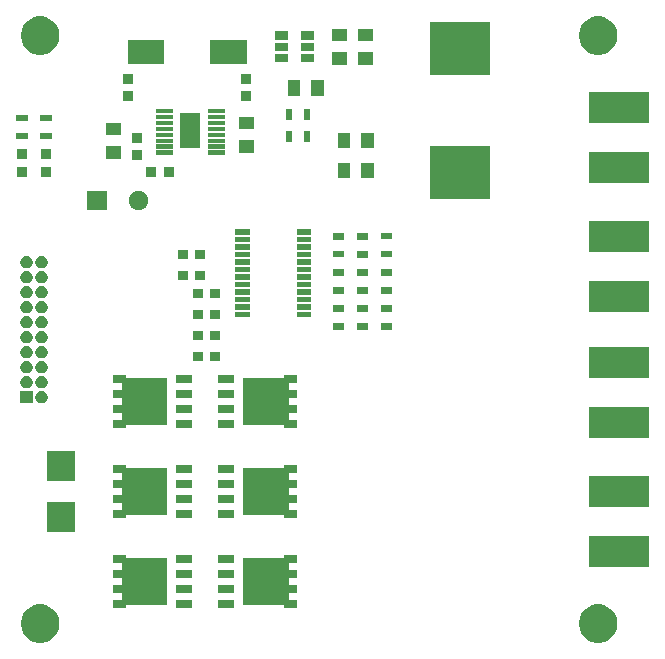
<source format=gbr>
G04 #@! TF.GenerationSoftware,KiCad,Pcbnew,(5.0.0-rc2-dev-185-g935a5ca)*
G04 #@! TF.CreationDate,2018-03-13T10:49:46-05:00*
G04 #@! TF.ProjectId,Power Board,506F77657220426F6172642E6B696361,rev?*
G04 #@! TF.SameCoordinates,Original*
G04 #@! TF.FileFunction,Soldermask,Top*
G04 #@! TF.FilePolarity,Negative*
%FSLAX46Y46*%
G04 Gerber Fmt 4.6, Leading zero omitted, Abs format (unit mm)*
G04 Created by KiCad (PCBNEW (5.0.0-rc2-dev-185-g935a5ca)) date Tuesday, March 13, 2018 at 10:49:46 AM*
%MOMM*%
%LPD*%
G01*
G04 APERTURE LIST*
%ADD10C,0.100000*%
G04 APERTURE END LIST*
D10*
G36*
X247870112Y-135597063D02*
X248165916Y-135719589D01*
X248432132Y-135897469D01*
X248658531Y-136123868D01*
X248836411Y-136390084D01*
X248958937Y-136685888D01*
X249021400Y-136999912D01*
X249021400Y-137320088D01*
X248958937Y-137634112D01*
X248836411Y-137929916D01*
X248658531Y-138196132D01*
X248432132Y-138422531D01*
X248165916Y-138600411D01*
X247870112Y-138722937D01*
X247556088Y-138785400D01*
X247235912Y-138785400D01*
X246921888Y-138722937D01*
X246626084Y-138600411D01*
X246359868Y-138422531D01*
X246133469Y-138196132D01*
X245955589Y-137929916D01*
X245833063Y-137634112D01*
X245770600Y-137320088D01*
X245770600Y-136999912D01*
X245833063Y-136685888D01*
X245955589Y-136390084D01*
X246133469Y-136123868D01*
X246359868Y-135897469D01*
X246626084Y-135719589D01*
X246921888Y-135597063D01*
X247235912Y-135534600D01*
X247556088Y-135534600D01*
X247870112Y-135597063D01*
X247870112Y-135597063D01*
G37*
G36*
X200626112Y-135597063D02*
X200921916Y-135719589D01*
X201188132Y-135897469D01*
X201414531Y-136123868D01*
X201592411Y-136390084D01*
X201714937Y-136685888D01*
X201777400Y-136999912D01*
X201777400Y-137320088D01*
X201714937Y-137634112D01*
X201592411Y-137929916D01*
X201414531Y-138196132D01*
X201188132Y-138422531D01*
X200921916Y-138600411D01*
X200626112Y-138722937D01*
X200312088Y-138785400D01*
X199991912Y-138785400D01*
X199677888Y-138722937D01*
X199382084Y-138600411D01*
X199115868Y-138422531D01*
X198889469Y-138196132D01*
X198711589Y-137929916D01*
X198589063Y-137634112D01*
X198526600Y-137320088D01*
X198526600Y-136999912D01*
X198589063Y-136685888D01*
X198711589Y-136390084D01*
X198889469Y-136123868D01*
X199115868Y-135897469D01*
X199382084Y-135719589D01*
X199677888Y-135597063D01*
X199991912Y-135534600D01*
X200312088Y-135534600D01*
X200626112Y-135597063D01*
X200626112Y-135597063D01*
G37*
G36*
X221897400Y-132029400D02*
X221238200Y-132029400D01*
X221228289Y-132030376D01*
X221218760Y-132033267D01*
X221209977Y-132037961D01*
X221202279Y-132044279D01*
X221195961Y-132051977D01*
X221191267Y-132060760D01*
X221188376Y-132070289D01*
X221187400Y-132080200D01*
X221187400Y-132587800D01*
X221188376Y-132597711D01*
X221191267Y-132607240D01*
X221195961Y-132616023D01*
X221202279Y-132623721D01*
X221209977Y-132630039D01*
X221218760Y-132634733D01*
X221228289Y-132637624D01*
X221238200Y-132638600D01*
X221897400Y-132638600D01*
X221897400Y-133299400D01*
X221238200Y-133299400D01*
X221228289Y-133300376D01*
X221218760Y-133303267D01*
X221209977Y-133307961D01*
X221202279Y-133314279D01*
X221195961Y-133321977D01*
X221191267Y-133330760D01*
X221188376Y-133340289D01*
X221187400Y-133350200D01*
X221187400Y-133857800D01*
X221188376Y-133867711D01*
X221191267Y-133877240D01*
X221195961Y-133886023D01*
X221202279Y-133893721D01*
X221209977Y-133900039D01*
X221218760Y-133904733D01*
X221228289Y-133907624D01*
X221238200Y-133908600D01*
X221897400Y-133908600D01*
X221897400Y-134569400D01*
X221238200Y-134569400D01*
X221228289Y-134570376D01*
X221218760Y-134573267D01*
X221209977Y-134577961D01*
X221202279Y-134584279D01*
X221195961Y-134591977D01*
X221191267Y-134600760D01*
X221188376Y-134610289D01*
X221187400Y-134620200D01*
X221187400Y-135127800D01*
X221188376Y-135137711D01*
X221191267Y-135147240D01*
X221195961Y-135156023D01*
X221202279Y-135163721D01*
X221209977Y-135170039D01*
X221218760Y-135174733D01*
X221228289Y-135177624D01*
X221238200Y-135178600D01*
X221897400Y-135178600D01*
X221897400Y-135839400D01*
X220826600Y-135839400D01*
X220826600Y-135635200D01*
X220825624Y-135625289D01*
X220822733Y-135615760D01*
X220818039Y-135606977D01*
X220811721Y-135599279D01*
X220804023Y-135592961D01*
X220795240Y-135588267D01*
X220785711Y-135585376D01*
X220775800Y-135584400D01*
X217326600Y-135584400D01*
X217326600Y-131623600D01*
X220775800Y-131623600D01*
X220785711Y-131622624D01*
X220795240Y-131619733D01*
X220804023Y-131615039D01*
X220811721Y-131608721D01*
X220818039Y-131601023D01*
X220822733Y-131592240D01*
X220825624Y-131582711D01*
X220826600Y-131572800D01*
X220826600Y-131368600D01*
X221897400Y-131368600D01*
X221897400Y-132029400D01*
X221897400Y-132029400D01*
G37*
G36*
X216557400Y-135839400D02*
X215236600Y-135839400D01*
X215236600Y-135178600D01*
X216557400Y-135178600D01*
X216557400Y-135839400D01*
X216557400Y-135839400D01*
G37*
G36*
X213007400Y-135839400D02*
X211686600Y-135839400D01*
X211686600Y-135178600D01*
X213007400Y-135178600D01*
X213007400Y-135839400D01*
X213007400Y-135839400D01*
G37*
G36*
X207417400Y-131572800D02*
X207418376Y-131582711D01*
X207421267Y-131592240D01*
X207425961Y-131601023D01*
X207432279Y-131608721D01*
X207439977Y-131615039D01*
X207448760Y-131619733D01*
X207458289Y-131622624D01*
X207468200Y-131623600D01*
X210917400Y-131623600D01*
X210917400Y-135584400D01*
X207468200Y-135584400D01*
X207458289Y-135585376D01*
X207448760Y-135588267D01*
X207439977Y-135592961D01*
X207432279Y-135599279D01*
X207425961Y-135606977D01*
X207421267Y-135615760D01*
X207418376Y-135625289D01*
X207417400Y-135635200D01*
X207417400Y-135839400D01*
X206346600Y-135839400D01*
X206346600Y-135178600D01*
X207005800Y-135178600D01*
X207015711Y-135177624D01*
X207025240Y-135174733D01*
X207034023Y-135170039D01*
X207041721Y-135163721D01*
X207048039Y-135156023D01*
X207052733Y-135147240D01*
X207055624Y-135137711D01*
X207056600Y-135127800D01*
X207056600Y-134620200D01*
X207055624Y-134610289D01*
X207052733Y-134600760D01*
X207048039Y-134591977D01*
X207041721Y-134584279D01*
X207034023Y-134577961D01*
X207025240Y-134573267D01*
X207015711Y-134570376D01*
X207005800Y-134569400D01*
X206346600Y-134569400D01*
X206346600Y-133908600D01*
X207005800Y-133908600D01*
X207015711Y-133907624D01*
X207025240Y-133904733D01*
X207034023Y-133900039D01*
X207041721Y-133893721D01*
X207048039Y-133886023D01*
X207052733Y-133877240D01*
X207055624Y-133867711D01*
X207056600Y-133857800D01*
X207056600Y-133350200D01*
X207055624Y-133340289D01*
X207052733Y-133330760D01*
X207048039Y-133321977D01*
X207041721Y-133314279D01*
X207034023Y-133307961D01*
X207025240Y-133303267D01*
X207015711Y-133300376D01*
X207005800Y-133299400D01*
X206346600Y-133299400D01*
X206346600Y-132638600D01*
X207005800Y-132638600D01*
X207015711Y-132637624D01*
X207025240Y-132634733D01*
X207034023Y-132630039D01*
X207041721Y-132623721D01*
X207048039Y-132616023D01*
X207052733Y-132607240D01*
X207055624Y-132597711D01*
X207056600Y-132587800D01*
X207056600Y-132080200D01*
X207055624Y-132070289D01*
X207052733Y-132060760D01*
X207048039Y-132051977D01*
X207041721Y-132044279D01*
X207034023Y-132037961D01*
X207025240Y-132033267D01*
X207015711Y-132030376D01*
X207005800Y-132029400D01*
X206346600Y-132029400D01*
X206346600Y-131368600D01*
X207417400Y-131368600D01*
X207417400Y-131572800D01*
X207417400Y-131572800D01*
G37*
G36*
X213007400Y-134569400D02*
X211686600Y-134569400D01*
X211686600Y-133908600D01*
X213007400Y-133908600D01*
X213007400Y-134569400D01*
X213007400Y-134569400D01*
G37*
G36*
X216557400Y-134569400D02*
X215236600Y-134569400D01*
X215236600Y-133908600D01*
X216557400Y-133908600D01*
X216557400Y-134569400D01*
X216557400Y-134569400D01*
G37*
G36*
X216557400Y-133299400D02*
X215236600Y-133299400D01*
X215236600Y-132638600D01*
X216557400Y-132638600D01*
X216557400Y-133299400D01*
X216557400Y-133299400D01*
G37*
G36*
X213007400Y-133299400D02*
X211686600Y-133299400D01*
X211686600Y-132638600D01*
X213007400Y-132638600D01*
X213007400Y-133299400D01*
X213007400Y-133299400D01*
G37*
G36*
X251699400Y-132339400D02*
X246648600Y-132339400D01*
X246648600Y-129788600D01*
X251699400Y-129788600D01*
X251699400Y-132339400D01*
X251699400Y-132339400D01*
G37*
G36*
X216557400Y-132029400D02*
X215236600Y-132029400D01*
X215236600Y-131368600D01*
X216557400Y-131368600D01*
X216557400Y-132029400D01*
X216557400Y-132029400D01*
G37*
G36*
X213007400Y-132029400D02*
X211686600Y-132029400D01*
X211686600Y-131368600D01*
X213007400Y-131368600D01*
X213007400Y-132029400D01*
X213007400Y-132029400D01*
G37*
G36*
X203105400Y-129409400D02*
X200754600Y-129409400D01*
X200754600Y-126858600D01*
X203105400Y-126858600D01*
X203105400Y-129409400D01*
X203105400Y-129409400D01*
G37*
G36*
X216557400Y-128219400D02*
X215236600Y-128219400D01*
X215236600Y-127558600D01*
X216557400Y-127558600D01*
X216557400Y-128219400D01*
X216557400Y-128219400D01*
G37*
G36*
X221897400Y-124409400D02*
X221238200Y-124409400D01*
X221228289Y-124410376D01*
X221218760Y-124413267D01*
X221209977Y-124417961D01*
X221202279Y-124424279D01*
X221195961Y-124431977D01*
X221191267Y-124440760D01*
X221188376Y-124450289D01*
X221187400Y-124460200D01*
X221187400Y-124967800D01*
X221188376Y-124977711D01*
X221191267Y-124987240D01*
X221195961Y-124996023D01*
X221202279Y-125003721D01*
X221209977Y-125010039D01*
X221218760Y-125014733D01*
X221228289Y-125017624D01*
X221238200Y-125018600D01*
X221897400Y-125018600D01*
X221897400Y-125679400D01*
X221238200Y-125679400D01*
X221228289Y-125680376D01*
X221218760Y-125683267D01*
X221209977Y-125687961D01*
X221202279Y-125694279D01*
X221195961Y-125701977D01*
X221191267Y-125710760D01*
X221188376Y-125720289D01*
X221187400Y-125730200D01*
X221187400Y-126237800D01*
X221188376Y-126247711D01*
X221191267Y-126257240D01*
X221195961Y-126266023D01*
X221202279Y-126273721D01*
X221209977Y-126280039D01*
X221218760Y-126284733D01*
X221228289Y-126287624D01*
X221238200Y-126288600D01*
X221897400Y-126288600D01*
X221897400Y-126949400D01*
X221238200Y-126949400D01*
X221228289Y-126950376D01*
X221218760Y-126953267D01*
X221209977Y-126957961D01*
X221202279Y-126964279D01*
X221195961Y-126971977D01*
X221191267Y-126980760D01*
X221188376Y-126990289D01*
X221187400Y-127000200D01*
X221187400Y-127507800D01*
X221188376Y-127517711D01*
X221191267Y-127527240D01*
X221195961Y-127536023D01*
X221202279Y-127543721D01*
X221209977Y-127550039D01*
X221218760Y-127554733D01*
X221228289Y-127557624D01*
X221238200Y-127558600D01*
X221897400Y-127558600D01*
X221897400Y-128219400D01*
X220826600Y-128219400D01*
X220826600Y-128015200D01*
X220825624Y-128005289D01*
X220822733Y-127995760D01*
X220818039Y-127986977D01*
X220811721Y-127979279D01*
X220804023Y-127972961D01*
X220795240Y-127968267D01*
X220785711Y-127965376D01*
X220775800Y-127964400D01*
X217326600Y-127964400D01*
X217326600Y-124003600D01*
X220775800Y-124003600D01*
X220785711Y-124002624D01*
X220795240Y-123999733D01*
X220804023Y-123995039D01*
X220811721Y-123988721D01*
X220818039Y-123981023D01*
X220822733Y-123972240D01*
X220825624Y-123962711D01*
X220826600Y-123952800D01*
X220826600Y-123748600D01*
X221897400Y-123748600D01*
X221897400Y-124409400D01*
X221897400Y-124409400D01*
G37*
G36*
X213007400Y-128219400D02*
X211686600Y-128219400D01*
X211686600Y-127558600D01*
X213007400Y-127558600D01*
X213007400Y-128219400D01*
X213007400Y-128219400D01*
G37*
G36*
X207417400Y-123952800D02*
X207418376Y-123962711D01*
X207421267Y-123972240D01*
X207425961Y-123981023D01*
X207432279Y-123988721D01*
X207439977Y-123995039D01*
X207448760Y-123999733D01*
X207458289Y-124002624D01*
X207468200Y-124003600D01*
X210917400Y-124003600D01*
X210917400Y-127964400D01*
X207468200Y-127964400D01*
X207458289Y-127965376D01*
X207448760Y-127968267D01*
X207439977Y-127972961D01*
X207432279Y-127979279D01*
X207425961Y-127986977D01*
X207421267Y-127995760D01*
X207418376Y-128005289D01*
X207417400Y-128015200D01*
X207417400Y-128219400D01*
X206346600Y-128219400D01*
X206346600Y-127558600D01*
X207005800Y-127558600D01*
X207015711Y-127557624D01*
X207025240Y-127554733D01*
X207034023Y-127550039D01*
X207041721Y-127543721D01*
X207048039Y-127536023D01*
X207052733Y-127527240D01*
X207055624Y-127517711D01*
X207056600Y-127507800D01*
X207056600Y-127000200D01*
X207055624Y-126990289D01*
X207052733Y-126980760D01*
X207048039Y-126971977D01*
X207041721Y-126964279D01*
X207034023Y-126957961D01*
X207025240Y-126953267D01*
X207015711Y-126950376D01*
X207005800Y-126949400D01*
X206346600Y-126949400D01*
X206346600Y-126288600D01*
X207005800Y-126288600D01*
X207015711Y-126287624D01*
X207025240Y-126284733D01*
X207034023Y-126280039D01*
X207041721Y-126273721D01*
X207048039Y-126266023D01*
X207052733Y-126257240D01*
X207055624Y-126247711D01*
X207056600Y-126237800D01*
X207056600Y-125730200D01*
X207055624Y-125720289D01*
X207052733Y-125710760D01*
X207048039Y-125701977D01*
X207041721Y-125694279D01*
X207034023Y-125687961D01*
X207025240Y-125683267D01*
X207015711Y-125680376D01*
X207005800Y-125679400D01*
X206346600Y-125679400D01*
X206346600Y-125018600D01*
X207005800Y-125018600D01*
X207015711Y-125017624D01*
X207025240Y-125014733D01*
X207034023Y-125010039D01*
X207041721Y-125003721D01*
X207048039Y-124996023D01*
X207052733Y-124987240D01*
X207055624Y-124977711D01*
X207056600Y-124967800D01*
X207056600Y-124460200D01*
X207055624Y-124450289D01*
X207052733Y-124440760D01*
X207048039Y-124431977D01*
X207041721Y-124424279D01*
X207034023Y-124417961D01*
X207025240Y-124413267D01*
X207015711Y-124410376D01*
X207005800Y-124409400D01*
X206346600Y-124409400D01*
X206346600Y-123748600D01*
X207417400Y-123748600D01*
X207417400Y-123952800D01*
X207417400Y-123952800D01*
G37*
G36*
X251699400Y-127259400D02*
X246648600Y-127259400D01*
X246648600Y-124708600D01*
X251699400Y-124708600D01*
X251699400Y-127259400D01*
X251699400Y-127259400D01*
G37*
G36*
X213007400Y-126949400D02*
X211686600Y-126949400D01*
X211686600Y-126288600D01*
X213007400Y-126288600D01*
X213007400Y-126949400D01*
X213007400Y-126949400D01*
G37*
G36*
X216557400Y-126949400D02*
X215236600Y-126949400D01*
X215236600Y-126288600D01*
X216557400Y-126288600D01*
X216557400Y-126949400D01*
X216557400Y-126949400D01*
G37*
G36*
X213007400Y-125679400D02*
X211686600Y-125679400D01*
X211686600Y-125018600D01*
X213007400Y-125018600D01*
X213007400Y-125679400D01*
X213007400Y-125679400D01*
G37*
G36*
X216557400Y-125679400D02*
X215236600Y-125679400D01*
X215236600Y-125018600D01*
X216557400Y-125018600D01*
X216557400Y-125679400D01*
X216557400Y-125679400D01*
G37*
G36*
X203105400Y-125109400D02*
X200754600Y-125109400D01*
X200754600Y-122558600D01*
X203105400Y-122558600D01*
X203105400Y-125109400D01*
X203105400Y-125109400D01*
G37*
G36*
X216557400Y-124409400D02*
X215236600Y-124409400D01*
X215236600Y-123748600D01*
X216557400Y-123748600D01*
X216557400Y-124409400D01*
X216557400Y-124409400D01*
G37*
G36*
X213007400Y-124409400D02*
X211686600Y-124409400D01*
X211686600Y-123748600D01*
X213007400Y-123748600D01*
X213007400Y-124409400D01*
X213007400Y-124409400D01*
G37*
G36*
X251699400Y-121417400D02*
X246648600Y-121417400D01*
X246648600Y-118866600D01*
X251699400Y-118866600D01*
X251699400Y-121417400D01*
X251699400Y-121417400D01*
G37*
G36*
X216557400Y-120599400D02*
X215236600Y-120599400D01*
X215236600Y-119938600D01*
X216557400Y-119938600D01*
X216557400Y-120599400D01*
X216557400Y-120599400D01*
G37*
G36*
X221897400Y-116789400D02*
X221238200Y-116789400D01*
X221228289Y-116790376D01*
X221218760Y-116793267D01*
X221209977Y-116797961D01*
X221202279Y-116804279D01*
X221195961Y-116811977D01*
X221191267Y-116820760D01*
X221188376Y-116830289D01*
X221187400Y-116840200D01*
X221187400Y-117347800D01*
X221188376Y-117357711D01*
X221191267Y-117367240D01*
X221195961Y-117376023D01*
X221202279Y-117383721D01*
X221209977Y-117390039D01*
X221218760Y-117394733D01*
X221228289Y-117397624D01*
X221238200Y-117398600D01*
X221897400Y-117398600D01*
X221897400Y-118059400D01*
X221238200Y-118059400D01*
X221228289Y-118060376D01*
X221218760Y-118063267D01*
X221209977Y-118067961D01*
X221202279Y-118074279D01*
X221195961Y-118081977D01*
X221191267Y-118090760D01*
X221188376Y-118100289D01*
X221187400Y-118110200D01*
X221187400Y-118617800D01*
X221188376Y-118627711D01*
X221191267Y-118637240D01*
X221195961Y-118646023D01*
X221202279Y-118653721D01*
X221209977Y-118660039D01*
X221218760Y-118664733D01*
X221228289Y-118667624D01*
X221238200Y-118668600D01*
X221897400Y-118668600D01*
X221897400Y-119329400D01*
X221238200Y-119329400D01*
X221228289Y-119330376D01*
X221218760Y-119333267D01*
X221209977Y-119337961D01*
X221202279Y-119344279D01*
X221195961Y-119351977D01*
X221191267Y-119360760D01*
X221188376Y-119370289D01*
X221187400Y-119380200D01*
X221187400Y-119887800D01*
X221188376Y-119897711D01*
X221191267Y-119907240D01*
X221195961Y-119916023D01*
X221202279Y-119923721D01*
X221209977Y-119930039D01*
X221218760Y-119934733D01*
X221228289Y-119937624D01*
X221238200Y-119938600D01*
X221897400Y-119938600D01*
X221897400Y-120599400D01*
X220826600Y-120599400D01*
X220826600Y-120395200D01*
X220825624Y-120385289D01*
X220822733Y-120375760D01*
X220818039Y-120366977D01*
X220811721Y-120359279D01*
X220804023Y-120352961D01*
X220795240Y-120348267D01*
X220785711Y-120345376D01*
X220775800Y-120344400D01*
X217326600Y-120344400D01*
X217326600Y-116383600D01*
X220775800Y-116383600D01*
X220785711Y-116382624D01*
X220795240Y-116379733D01*
X220804023Y-116375039D01*
X220811721Y-116368721D01*
X220818039Y-116361023D01*
X220822733Y-116352240D01*
X220825624Y-116342711D01*
X220826600Y-116332800D01*
X220826600Y-116128600D01*
X221897400Y-116128600D01*
X221897400Y-116789400D01*
X221897400Y-116789400D01*
G37*
G36*
X213007400Y-120599400D02*
X211686600Y-120599400D01*
X211686600Y-119938600D01*
X213007400Y-119938600D01*
X213007400Y-120599400D01*
X213007400Y-120599400D01*
G37*
G36*
X207417400Y-116332800D02*
X207418376Y-116342711D01*
X207421267Y-116352240D01*
X207425961Y-116361023D01*
X207432279Y-116368721D01*
X207439977Y-116375039D01*
X207448760Y-116379733D01*
X207458289Y-116382624D01*
X207468200Y-116383600D01*
X210917400Y-116383600D01*
X210917400Y-120344400D01*
X207468200Y-120344400D01*
X207458289Y-120345376D01*
X207448760Y-120348267D01*
X207439977Y-120352961D01*
X207432279Y-120359279D01*
X207425961Y-120366977D01*
X207421267Y-120375760D01*
X207418376Y-120385289D01*
X207417400Y-120395200D01*
X207417400Y-120599400D01*
X206346600Y-120599400D01*
X206346600Y-119938600D01*
X207005800Y-119938600D01*
X207015711Y-119937624D01*
X207025240Y-119934733D01*
X207034023Y-119930039D01*
X207041721Y-119923721D01*
X207048039Y-119916023D01*
X207052733Y-119907240D01*
X207055624Y-119897711D01*
X207056600Y-119887800D01*
X207056600Y-119380200D01*
X207055624Y-119370289D01*
X207052733Y-119360760D01*
X207048039Y-119351977D01*
X207041721Y-119344279D01*
X207034023Y-119337961D01*
X207025240Y-119333267D01*
X207015711Y-119330376D01*
X207005800Y-119329400D01*
X206346600Y-119329400D01*
X206346600Y-118668600D01*
X207005800Y-118668600D01*
X207015711Y-118667624D01*
X207025240Y-118664733D01*
X207034023Y-118660039D01*
X207041721Y-118653721D01*
X207048039Y-118646023D01*
X207052733Y-118637240D01*
X207055624Y-118627711D01*
X207056600Y-118617800D01*
X207056600Y-118110200D01*
X207055624Y-118100289D01*
X207052733Y-118090760D01*
X207048039Y-118081977D01*
X207041721Y-118074279D01*
X207034023Y-118067961D01*
X207025240Y-118063267D01*
X207015711Y-118060376D01*
X207005800Y-118059400D01*
X206346600Y-118059400D01*
X206346600Y-117398600D01*
X207005800Y-117398600D01*
X207015711Y-117397624D01*
X207025240Y-117394733D01*
X207034023Y-117390039D01*
X207041721Y-117383721D01*
X207048039Y-117376023D01*
X207052733Y-117367240D01*
X207055624Y-117357711D01*
X207056600Y-117347800D01*
X207056600Y-116840200D01*
X207055624Y-116830289D01*
X207052733Y-116820760D01*
X207048039Y-116811977D01*
X207041721Y-116804279D01*
X207034023Y-116797961D01*
X207025240Y-116793267D01*
X207015711Y-116790376D01*
X207005800Y-116789400D01*
X206346600Y-116789400D01*
X206346600Y-116128600D01*
X207417400Y-116128600D01*
X207417400Y-116332800D01*
X207417400Y-116332800D01*
G37*
G36*
X216557400Y-119329400D02*
X215236600Y-119329400D01*
X215236600Y-118668600D01*
X216557400Y-118668600D01*
X216557400Y-119329400D01*
X216557400Y-119329400D01*
G37*
G36*
X213007400Y-119329400D02*
X211686600Y-119329400D01*
X211686600Y-118668600D01*
X213007400Y-118668600D01*
X213007400Y-119329400D01*
X213007400Y-119329400D01*
G37*
G36*
X200381996Y-117465202D02*
X200481035Y-117495245D01*
X200572309Y-117544032D01*
X200652311Y-117609689D01*
X200717968Y-117689691D01*
X200766755Y-117780965D01*
X200796798Y-117880004D01*
X200806942Y-117983000D01*
X200796798Y-118085996D01*
X200766755Y-118185035D01*
X200717968Y-118276309D01*
X200652311Y-118356311D01*
X200572309Y-118421968D01*
X200481035Y-118470755D01*
X200381996Y-118500798D01*
X200304810Y-118508400D01*
X200253190Y-118508400D01*
X200176004Y-118500798D01*
X200076965Y-118470755D01*
X199985691Y-118421968D01*
X199905689Y-118356311D01*
X199840032Y-118276309D01*
X199791245Y-118185035D01*
X199761202Y-118085996D01*
X199751058Y-117983000D01*
X199761202Y-117880004D01*
X199791245Y-117780965D01*
X199840032Y-117689691D01*
X199905689Y-117609689D01*
X199985691Y-117544032D01*
X200076965Y-117495245D01*
X200176004Y-117465202D01*
X200253190Y-117457600D01*
X200304810Y-117457600D01*
X200381996Y-117465202D01*
X200381996Y-117465202D01*
G37*
G36*
X199534400Y-118508400D02*
X198483600Y-118508400D01*
X198483600Y-117457600D01*
X199534400Y-117457600D01*
X199534400Y-118508400D01*
X199534400Y-118508400D01*
G37*
G36*
X213007400Y-118059400D02*
X211686600Y-118059400D01*
X211686600Y-117398600D01*
X213007400Y-117398600D01*
X213007400Y-118059400D01*
X213007400Y-118059400D01*
G37*
G36*
X216557400Y-118059400D02*
X215236600Y-118059400D01*
X215236600Y-117398600D01*
X216557400Y-117398600D01*
X216557400Y-118059400D01*
X216557400Y-118059400D01*
G37*
G36*
X200381996Y-116195202D02*
X200481035Y-116225245D01*
X200572309Y-116274032D01*
X200652311Y-116339689D01*
X200717968Y-116419691D01*
X200766755Y-116510965D01*
X200796798Y-116610004D01*
X200806942Y-116713000D01*
X200796798Y-116815996D01*
X200766755Y-116915035D01*
X200717968Y-117006309D01*
X200652311Y-117086311D01*
X200572309Y-117151968D01*
X200481035Y-117200755D01*
X200381996Y-117230798D01*
X200304810Y-117238400D01*
X200253190Y-117238400D01*
X200176004Y-117230798D01*
X200076965Y-117200755D01*
X199985691Y-117151968D01*
X199905689Y-117086311D01*
X199840032Y-117006309D01*
X199791245Y-116915035D01*
X199761202Y-116815996D01*
X199751058Y-116713000D01*
X199761202Y-116610004D01*
X199791245Y-116510965D01*
X199840032Y-116419691D01*
X199905689Y-116339689D01*
X199985691Y-116274032D01*
X200076965Y-116225245D01*
X200176004Y-116195202D01*
X200253190Y-116187600D01*
X200304810Y-116187600D01*
X200381996Y-116195202D01*
X200381996Y-116195202D01*
G37*
G36*
X199111996Y-116195202D02*
X199211035Y-116225245D01*
X199302309Y-116274032D01*
X199382311Y-116339689D01*
X199447968Y-116419691D01*
X199496755Y-116510965D01*
X199526798Y-116610004D01*
X199536942Y-116713000D01*
X199526798Y-116815996D01*
X199496755Y-116915035D01*
X199447968Y-117006309D01*
X199382311Y-117086311D01*
X199302309Y-117151968D01*
X199211035Y-117200755D01*
X199111996Y-117230798D01*
X199034810Y-117238400D01*
X198983190Y-117238400D01*
X198906004Y-117230798D01*
X198806965Y-117200755D01*
X198715691Y-117151968D01*
X198635689Y-117086311D01*
X198570032Y-117006309D01*
X198521245Y-116915035D01*
X198491202Y-116815996D01*
X198481058Y-116713000D01*
X198491202Y-116610004D01*
X198521245Y-116510965D01*
X198570032Y-116419691D01*
X198635689Y-116339689D01*
X198715691Y-116274032D01*
X198806965Y-116225245D01*
X198906004Y-116195202D01*
X198983190Y-116187600D01*
X199034810Y-116187600D01*
X199111996Y-116195202D01*
X199111996Y-116195202D01*
G37*
G36*
X216557400Y-116789400D02*
X215236600Y-116789400D01*
X215236600Y-116128600D01*
X216557400Y-116128600D01*
X216557400Y-116789400D01*
X216557400Y-116789400D01*
G37*
G36*
X213007400Y-116789400D02*
X211686600Y-116789400D01*
X211686600Y-116128600D01*
X213007400Y-116128600D01*
X213007400Y-116789400D01*
X213007400Y-116789400D01*
G37*
G36*
X251699400Y-116337400D02*
X246648600Y-116337400D01*
X246648600Y-113786600D01*
X251699400Y-113786600D01*
X251699400Y-116337400D01*
X251699400Y-116337400D01*
G37*
G36*
X199111996Y-114925202D02*
X199211035Y-114955245D01*
X199302309Y-115004032D01*
X199382311Y-115069689D01*
X199447968Y-115149691D01*
X199496755Y-115240965D01*
X199526798Y-115340004D01*
X199536942Y-115443000D01*
X199526798Y-115545996D01*
X199496755Y-115645035D01*
X199447968Y-115736309D01*
X199382311Y-115816311D01*
X199302309Y-115881968D01*
X199211035Y-115930755D01*
X199111996Y-115960798D01*
X199034810Y-115968400D01*
X198983190Y-115968400D01*
X198906004Y-115960798D01*
X198806965Y-115930755D01*
X198715691Y-115881968D01*
X198635689Y-115816311D01*
X198570032Y-115736309D01*
X198521245Y-115645035D01*
X198491202Y-115545996D01*
X198481058Y-115443000D01*
X198491202Y-115340004D01*
X198521245Y-115240965D01*
X198570032Y-115149691D01*
X198635689Y-115069689D01*
X198715691Y-115004032D01*
X198806965Y-114955245D01*
X198906004Y-114925202D01*
X198983190Y-114917600D01*
X199034810Y-114917600D01*
X199111996Y-114925202D01*
X199111996Y-114925202D01*
G37*
G36*
X200381996Y-114925202D02*
X200481035Y-114955245D01*
X200572309Y-115004032D01*
X200652311Y-115069689D01*
X200717968Y-115149691D01*
X200766755Y-115240965D01*
X200796798Y-115340004D01*
X200806942Y-115443000D01*
X200796798Y-115545996D01*
X200766755Y-115645035D01*
X200717968Y-115736309D01*
X200652311Y-115816311D01*
X200572309Y-115881968D01*
X200481035Y-115930755D01*
X200381996Y-115960798D01*
X200304810Y-115968400D01*
X200253190Y-115968400D01*
X200176004Y-115960798D01*
X200076965Y-115930755D01*
X199985691Y-115881968D01*
X199905689Y-115816311D01*
X199840032Y-115736309D01*
X199791245Y-115645035D01*
X199761202Y-115545996D01*
X199751058Y-115443000D01*
X199761202Y-115340004D01*
X199791245Y-115240965D01*
X199840032Y-115149691D01*
X199905689Y-115069689D01*
X199985691Y-115004032D01*
X200076965Y-114955245D01*
X200176004Y-114925202D01*
X200253190Y-114917600D01*
X200304810Y-114917600D01*
X200381996Y-114925202D01*
X200381996Y-114925202D01*
G37*
G36*
X215424400Y-114954400D02*
X214573600Y-114954400D01*
X214573600Y-114153600D01*
X215424400Y-114153600D01*
X215424400Y-114954400D01*
X215424400Y-114954400D01*
G37*
G36*
X213924400Y-114954400D02*
X213073600Y-114954400D01*
X213073600Y-114153600D01*
X213924400Y-114153600D01*
X213924400Y-114954400D01*
X213924400Y-114954400D01*
G37*
G36*
X200381996Y-113655202D02*
X200481035Y-113685245D01*
X200572309Y-113734032D01*
X200652311Y-113799689D01*
X200717968Y-113879691D01*
X200766755Y-113970965D01*
X200796798Y-114070004D01*
X200806942Y-114173000D01*
X200796798Y-114275996D01*
X200766755Y-114375035D01*
X200717968Y-114466309D01*
X200652311Y-114546311D01*
X200572309Y-114611968D01*
X200481035Y-114660755D01*
X200381996Y-114690798D01*
X200304810Y-114698400D01*
X200253190Y-114698400D01*
X200176004Y-114690798D01*
X200076965Y-114660755D01*
X199985691Y-114611968D01*
X199905689Y-114546311D01*
X199840032Y-114466309D01*
X199791245Y-114375035D01*
X199761202Y-114275996D01*
X199751058Y-114173000D01*
X199761202Y-114070004D01*
X199791245Y-113970965D01*
X199840032Y-113879691D01*
X199905689Y-113799689D01*
X199985691Y-113734032D01*
X200076965Y-113685245D01*
X200176004Y-113655202D01*
X200253190Y-113647600D01*
X200304810Y-113647600D01*
X200381996Y-113655202D01*
X200381996Y-113655202D01*
G37*
G36*
X199111996Y-113655202D02*
X199211035Y-113685245D01*
X199302309Y-113734032D01*
X199382311Y-113799689D01*
X199447968Y-113879691D01*
X199496755Y-113970965D01*
X199526798Y-114070004D01*
X199536942Y-114173000D01*
X199526798Y-114275996D01*
X199496755Y-114375035D01*
X199447968Y-114466309D01*
X199382311Y-114546311D01*
X199302309Y-114611968D01*
X199211035Y-114660755D01*
X199111996Y-114690798D01*
X199034810Y-114698400D01*
X198983190Y-114698400D01*
X198906004Y-114690798D01*
X198806965Y-114660755D01*
X198715691Y-114611968D01*
X198635689Y-114546311D01*
X198570032Y-114466309D01*
X198521245Y-114375035D01*
X198491202Y-114275996D01*
X198481058Y-114173000D01*
X198491202Y-114070004D01*
X198521245Y-113970965D01*
X198570032Y-113879691D01*
X198635689Y-113799689D01*
X198715691Y-113734032D01*
X198806965Y-113685245D01*
X198906004Y-113655202D01*
X198983190Y-113647600D01*
X199034810Y-113647600D01*
X199111996Y-113655202D01*
X199111996Y-113655202D01*
G37*
G36*
X200381996Y-112385202D02*
X200481035Y-112415245D01*
X200572309Y-112464032D01*
X200652311Y-112529689D01*
X200717968Y-112609691D01*
X200766755Y-112700965D01*
X200796798Y-112800004D01*
X200806942Y-112903000D01*
X200796798Y-113005996D01*
X200766755Y-113105035D01*
X200717968Y-113196309D01*
X200652311Y-113276311D01*
X200572309Y-113341968D01*
X200481035Y-113390755D01*
X200381996Y-113420798D01*
X200304810Y-113428400D01*
X200253190Y-113428400D01*
X200176004Y-113420798D01*
X200076965Y-113390755D01*
X199985691Y-113341968D01*
X199905689Y-113276311D01*
X199840032Y-113196309D01*
X199791245Y-113105035D01*
X199761202Y-113005996D01*
X199751058Y-112903000D01*
X199761202Y-112800004D01*
X199791245Y-112700965D01*
X199840032Y-112609691D01*
X199905689Y-112529689D01*
X199985691Y-112464032D01*
X200076965Y-112415245D01*
X200176004Y-112385202D01*
X200253190Y-112377600D01*
X200304810Y-112377600D01*
X200381996Y-112385202D01*
X200381996Y-112385202D01*
G37*
G36*
X199111996Y-112385202D02*
X199211035Y-112415245D01*
X199302309Y-112464032D01*
X199382311Y-112529689D01*
X199447968Y-112609691D01*
X199496755Y-112700965D01*
X199526798Y-112800004D01*
X199536942Y-112903000D01*
X199526798Y-113005996D01*
X199496755Y-113105035D01*
X199447968Y-113196309D01*
X199382311Y-113276311D01*
X199302309Y-113341968D01*
X199211035Y-113390755D01*
X199111996Y-113420798D01*
X199034810Y-113428400D01*
X198983190Y-113428400D01*
X198906004Y-113420798D01*
X198806965Y-113390755D01*
X198715691Y-113341968D01*
X198635689Y-113276311D01*
X198570032Y-113196309D01*
X198521245Y-113105035D01*
X198491202Y-113005996D01*
X198481058Y-112903000D01*
X198491202Y-112800004D01*
X198521245Y-112700965D01*
X198570032Y-112609691D01*
X198635689Y-112529689D01*
X198715691Y-112464032D01*
X198806965Y-112415245D01*
X198906004Y-112385202D01*
X198983190Y-112377600D01*
X199034810Y-112377600D01*
X199111996Y-112385202D01*
X199111996Y-112385202D01*
G37*
G36*
X215424400Y-113176400D02*
X214573600Y-113176400D01*
X214573600Y-112375600D01*
X215424400Y-112375600D01*
X215424400Y-113176400D01*
X215424400Y-113176400D01*
G37*
G36*
X213924400Y-113176400D02*
X213073600Y-113176400D01*
X213073600Y-112375600D01*
X213924400Y-112375600D01*
X213924400Y-113176400D01*
X213924400Y-113176400D01*
G37*
G36*
X225900400Y-112277400D02*
X224949600Y-112277400D01*
X224949600Y-111726600D01*
X225900400Y-111726600D01*
X225900400Y-112277400D01*
X225900400Y-112277400D01*
G37*
G36*
X227932400Y-112277400D02*
X226981600Y-112277400D01*
X226981600Y-111726600D01*
X227932400Y-111726600D01*
X227932400Y-112277400D01*
X227932400Y-112277400D01*
G37*
G36*
X229964400Y-112277400D02*
X229013600Y-112277400D01*
X229013600Y-111726600D01*
X229964400Y-111726600D01*
X229964400Y-112277400D01*
X229964400Y-112277400D01*
G37*
G36*
X200381996Y-111115202D02*
X200481035Y-111145245D01*
X200572309Y-111194032D01*
X200652311Y-111259689D01*
X200717968Y-111339691D01*
X200766755Y-111430965D01*
X200796798Y-111530004D01*
X200806942Y-111633000D01*
X200796798Y-111735996D01*
X200766755Y-111835035D01*
X200717968Y-111926309D01*
X200652311Y-112006311D01*
X200572309Y-112071968D01*
X200481035Y-112120755D01*
X200381996Y-112150798D01*
X200304810Y-112158400D01*
X200253190Y-112158400D01*
X200176004Y-112150798D01*
X200076965Y-112120755D01*
X199985691Y-112071968D01*
X199905689Y-112006311D01*
X199840032Y-111926309D01*
X199791245Y-111835035D01*
X199761202Y-111735996D01*
X199751058Y-111633000D01*
X199761202Y-111530004D01*
X199791245Y-111430965D01*
X199840032Y-111339691D01*
X199905689Y-111259689D01*
X199985691Y-111194032D01*
X200076965Y-111145245D01*
X200176004Y-111115202D01*
X200253190Y-111107600D01*
X200304810Y-111107600D01*
X200381996Y-111115202D01*
X200381996Y-111115202D01*
G37*
G36*
X199111996Y-111115202D02*
X199211035Y-111145245D01*
X199302309Y-111194032D01*
X199382311Y-111259689D01*
X199447968Y-111339691D01*
X199496755Y-111430965D01*
X199526798Y-111530004D01*
X199536942Y-111633000D01*
X199526798Y-111735996D01*
X199496755Y-111835035D01*
X199447968Y-111926309D01*
X199382311Y-112006311D01*
X199302309Y-112071968D01*
X199211035Y-112120755D01*
X199111996Y-112150798D01*
X199034810Y-112158400D01*
X198983190Y-112158400D01*
X198906004Y-112150798D01*
X198806965Y-112120755D01*
X198715691Y-112071968D01*
X198635689Y-112006311D01*
X198570032Y-111926309D01*
X198521245Y-111835035D01*
X198491202Y-111735996D01*
X198481058Y-111633000D01*
X198491202Y-111530004D01*
X198521245Y-111430965D01*
X198570032Y-111339691D01*
X198635689Y-111259689D01*
X198715691Y-111194032D01*
X198806965Y-111145245D01*
X198906004Y-111115202D01*
X198983190Y-111107600D01*
X199034810Y-111107600D01*
X199111996Y-111115202D01*
X199111996Y-111115202D01*
G37*
G36*
X213924400Y-111398400D02*
X213073600Y-111398400D01*
X213073600Y-110597600D01*
X213924400Y-110597600D01*
X213924400Y-111398400D01*
X213924400Y-111398400D01*
G37*
G36*
X215424400Y-111398400D02*
X214573600Y-111398400D01*
X214573600Y-110597600D01*
X215424400Y-110597600D01*
X215424400Y-111398400D01*
X215424400Y-111398400D01*
G37*
G36*
X217922400Y-111223400D02*
X216671600Y-111223400D01*
X216671600Y-110772600D01*
X217922400Y-110772600D01*
X217922400Y-111223400D01*
X217922400Y-111223400D01*
G37*
G36*
X223122400Y-111223400D02*
X221871600Y-111223400D01*
X221871600Y-110772600D01*
X223122400Y-110772600D01*
X223122400Y-111223400D01*
X223122400Y-111223400D01*
G37*
G36*
X200381996Y-109845202D02*
X200481035Y-109875245D01*
X200572309Y-109924032D01*
X200652311Y-109989689D01*
X200717968Y-110069691D01*
X200766755Y-110160965D01*
X200796798Y-110260004D01*
X200806942Y-110363000D01*
X200796798Y-110465996D01*
X200766755Y-110565035D01*
X200717968Y-110656309D01*
X200652311Y-110736311D01*
X200572309Y-110801968D01*
X200481035Y-110850755D01*
X200381996Y-110880798D01*
X200304810Y-110888400D01*
X200253190Y-110888400D01*
X200176004Y-110880798D01*
X200076965Y-110850755D01*
X199985691Y-110801968D01*
X199905689Y-110736311D01*
X199840032Y-110656309D01*
X199791245Y-110565035D01*
X199761202Y-110465996D01*
X199751058Y-110363000D01*
X199761202Y-110260004D01*
X199791245Y-110160965D01*
X199840032Y-110069691D01*
X199905689Y-109989689D01*
X199985691Y-109924032D01*
X200076965Y-109875245D01*
X200176004Y-109845202D01*
X200253190Y-109837600D01*
X200304810Y-109837600D01*
X200381996Y-109845202D01*
X200381996Y-109845202D01*
G37*
G36*
X199111996Y-109845202D02*
X199211035Y-109875245D01*
X199302309Y-109924032D01*
X199382311Y-109989689D01*
X199447968Y-110069691D01*
X199496755Y-110160965D01*
X199526798Y-110260004D01*
X199536942Y-110363000D01*
X199526798Y-110465996D01*
X199496755Y-110565035D01*
X199447968Y-110656309D01*
X199382311Y-110736311D01*
X199302309Y-110801968D01*
X199211035Y-110850755D01*
X199111996Y-110880798D01*
X199034810Y-110888400D01*
X198983190Y-110888400D01*
X198906004Y-110880798D01*
X198806965Y-110850755D01*
X198715691Y-110801968D01*
X198635689Y-110736311D01*
X198570032Y-110656309D01*
X198521245Y-110565035D01*
X198491202Y-110465996D01*
X198481058Y-110363000D01*
X198491202Y-110260004D01*
X198521245Y-110160965D01*
X198570032Y-110069691D01*
X198635689Y-109989689D01*
X198715691Y-109924032D01*
X198806965Y-109875245D01*
X198906004Y-109845202D01*
X198983190Y-109837600D01*
X199034810Y-109837600D01*
X199111996Y-109845202D01*
X199111996Y-109845202D01*
G37*
G36*
X225900400Y-110777400D02*
X224949600Y-110777400D01*
X224949600Y-110226600D01*
X225900400Y-110226600D01*
X225900400Y-110777400D01*
X225900400Y-110777400D01*
G37*
G36*
X227932400Y-110777400D02*
X226981600Y-110777400D01*
X226981600Y-110226600D01*
X227932400Y-110226600D01*
X227932400Y-110777400D01*
X227932400Y-110777400D01*
G37*
G36*
X229964400Y-110777400D02*
X229013600Y-110777400D01*
X229013600Y-110226600D01*
X229964400Y-110226600D01*
X229964400Y-110777400D01*
X229964400Y-110777400D01*
G37*
G36*
X251699400Y-110749400D02*
X246648600Y-110749400D01*
X246648600Y-108198600D01*
X251699400Y-108198600D01*
X251699400Y-110749400D01*
X251699400Y-110749400D01*
G37*
G36*
X223122400Y-110588400D02*
X221871600Y-110588400D01*
X221871600Y-110137600D01*
X223122400Y-110137600D01*
X223122400Y-110588400D01*
X223122400Y-110588400D01*
G37*
G36*
X217922400Y-110588400D02*
X216671600Y-110588400D01*
X216671600Y-110137600D01*
X217922400Y-110137600D01*
X217922400Y-110588400D01*
X217922400Y-110588400D01*
G37*
G36*
X223122400Y-109953400D02*
X221871600Y-109953400D01*
X221871600Y-109502600D01*
X223122400Y-109502600D01*
X223122400Y-109953400D01*
X223122400Y-109953400D01*
G37*
G36*
X217922400Y-109953400D02*
X216671600Y-109953400D01*
X216671600Y-109502600D01*
X217922400Y-109502600D01*
X217922400Y-109953400D01*
X217922400Y-109953400D01*
G37*
G36*
X215424400Y-109620400D02*
X214573600Y-109620400D01*
X214573600Y-108819600D01*
X215424400Y-108819600D01*
X215424400Y-109620400D01*
X215424400Y-109620400D01*
G37*
G36*
X213924400Y-109620400D02*
X213073600Y-109620400D01*
X213073600Y-108819600D01*
X213924400Y-108819600D01*
X213924400Y-109620400D01*
X213924400Y-109620400D01*
G37*
G36*
X199111996Y-108575202D02*
X199211035Y-108605245D01*
X199302309Y-108654032D01*
X199382311Y-108719689D01*
X199447968Y-108799691D01*
X199496755Y-108890965D01*
X199526798Y-108990004D01*
X199536942Y-109093000D01*
X199526798Y-109195996D01*
X199496755Y-109295035D01*
X199447968Y-109386309D01*
X199382311Y-109466311D01*
X199302309Y-109531968D01*
X199211035Y-109580755D01*
X199111996Y-109610798D01*
X199034810Y-109618400D01*
X198983190Y-109618400D01*
X198906004Y-109610798D01*
X198806965Y-109580755D01*
X198715691Y-109531968D01*
X198635689Y-109466311D01*
X198570032Y-109386309D01*
X198521245Y-109295035D01*
X198491202Y-109195996D01*
X198481058Y-109093000D01*
X198491202Y-108990004D01*
X198521245Y-108890965D01*
X198570032Y-108799691D01*
X198635689Y-108719689D01*
X198715691Y-108654032D01*
X198806965Y-108605245D01*
X198906004Y-108575202D01*
X198983190Y-108567600D01*
X199034810Y-108567600D01*
X199111996Y-108575202D01*
X199111996Y-108575202D01*
G37*
G36*
X200381996Y-108575202D02*
X200481035Y-108605245D01*
X200572309Y-108654032D01*
X200652311Y-108719689D01*
X200717968Y-108799691D01*
X200766755Y-108890965D01*
X200796798Y-108990004D01*
X200806942Y-109093000D01*
X200796798Y-109195996D01*
X200766755Y-109295035D01*
X200717968Y-109386309D01*
X200652311Y-109466311D01*
X200572309Y-109531968D01*
X200481035Y-109580755D01*
X200381996Y-109610798D01*
X200304810Y-109618400D01*
X200253190Y-109618400D01*
X200176004Y-109610798D01*
X200076965Y-109580755D01*
X199985691Y-109531968D01*
X199905689Y-109466311D01*
X199840032Y-109386309D01*
X199791245Y-109295035D01*
X199761202Y-109195996D01*
X199751058Y-109093000D01*
X199761202Y-108990004D01*
X199791245Y-108890965D01*
X199840032Y-108799691D01*
X199905689Y-108719689D01*
X199985691Y-108654032D01*
X200076965Y-108605245D01*
X200176004Y-108575202D01*
X200253190Y-108567600D01*
X200304810Y-108567600D01*
X200381996Y-108575202D01*
X200381996Y-108575202D01*
G37*
G36*
X223122400Y-109318400D02*
X221871600Y-109318400D01*
X221871600Y-108867600D01*
X223122400Y-108867600D01*
X223122400Y-109318400D01*
X223122400Y-109318400D01*
G37*
G36*
X217922400Y-109318400D02*
X216671600Y-109318400D01*
X216671600Y-108867600D01*
X217922400Y-108867600D01*
X217922400Y-109318400D01*
X217922400Y-109318400D01*
G37*
G36*
X229964400Y-109229400D02*
X229013600Y-109229400D01*
X229013600Y-108678600D01*
X229964400Y-108678600D01*
X229964400Y-109229400D01*
X229964400Y-109229400D01*
G37*
G36*
X227932400Y-109229400D02*
X226981600Y-109229400D01*
X226981600Y-108678600D01*
X227932400Y-108678600D01*
X227932400Y-109229400D01*
X227932400Y-109229400D01*
G37*
G36*
X225900400Y-109229400D02*
X224949600Y-109229400D01*
X224949600Y-108678600D01*
X225900400Y-108678600D01*
X225900400Y-109229400D01*
X225900400Y-109229400D01*
G37*
G36*
X217922400Y-108683400D02*
X216671600Y-108683400D01*
X216671600Y-108232600D01*
X217922400Y-108232600D01*
X217922400Y-108683400D01*
X217922400Y-108683400D01*
G37*
G36*
X223122400Y-108683400D02*
X221871600Y-108683400D01*
X221871600Y-108232600D01*
X223122400Y-108232600D01*
X223122400Y-108683400D01*
X223122400Y-108683400D01*
G37*
G36*
X199111996Y-107305202D02*
X199211035Y-107335245D01*
X199302309Y-107384032D01*
X199382311Y-107449689D01*
X199447968Y-107529691D01*
X199496755Y-107620965D01*
X199526798Y-107720004D01*
X199536942Y-107823000D01*
X199526798Y-107925996D01*
X199496755Y-108025035D01*
X199447968Y-108116309D01*
X199382311Y-108196311D01*
X199302309Y-108261968D01*
X199211035Y-108310755D01*
X199111996Y-108340798D01*
X199034810Y-108348400D01*
X198983190Y-108348400D01*
X198906004Y-108340798D01*
X198806965Y-108310755D01*
X198715691Y-108261968D01*
X198635689Y-108196311D01*
X198570032Y-108116309D01*
X198521245Y-108025035D01*
X198491202Y-107925996D01*
X198481058Y-107823000D01*
X198491202Y-107720004D01*
X198521245Y-107620965D01*
X198570032Y-107529691D01*
X198635689Y-107449689D01*
X198715691Y-107384032D01*
X198806965Y-107335245D01*
X198906004Y-107305202D01*
X198983190Y-107297600D01*
X199034810Y-107297600D01*
X199111996Y-107305202D01*
X199111996Y-107305202D01*
G37*
G36*
X200381996Y-107305202D02*
X200481035Y-107335245D01*
X200572309Y-107384032D01*
X200652311Y-107449689D01*
X200717968Y-107529691D01*
X200766755Y-107620965D01*
X200796798Y-107720004D01*
X200806942Y-107823000D01*
X200796798Y-107925996D01*
X200766755Y-108025035D01*
X200717968Y-108116309D01*
X200652311Y-108196311D01*
X200572309Y-108261968D01*
X200481035Y-108310755D01*
X200381996Y-108340798D01*
X200304810Y-108348400D01*
X200253190Y-108348400D01*
X200176004Y-108340798D01*
X200076965Y-108310755D01*
X199985691Y-108261968D01*
X199905689Y-108196311D01*
X199840032Y-108116309D01*
X199791245Y-108025035D01*
X199761202Y-107925996D01*
X199751058Y-107823000D01*
X199761202Y-107720004D01*
X199791245Y-107620965D01*
X199840032Y-107529691D01*
X199905689Y-107449689D01*
X199985691Y-107384032D01*
X200076965Y-107335245D01*
X200176004Y-107305202D01*
X200253190Y-107297600D01*
X200304810Y-107297600D01*
X200381996Y-107305202D01*
X200381996Y-107305202D01*
G37*
G36*
X214154400Y-108096400D02*
X213303600Y-108096400D01*
X213303600Y-107295600D01*
X214154400Y-107295600D01*
X214154400Y-108096400D01*
X214154400Y-108096400D01*
G37*
G36*
X212654400Y-108096400D02*
X211803600Y-108096400D01*
X211803600Y-107295600D01*
X212654400Y-107295600D01*
X212654400Y-108096400D01*
X212654400Y-108096400D01*
G37*
G36*
X223122400Y-108048400D02*
X221871600Y-108048400D01*
X221871600Y-107597600D01*
X223122400Y-107597600D01*
X223122400Y-108048400D01*
X223122400Y-108048400D01*
G37*
G36*
X217922400Y-108048400D02*
X216671600Y-108048400D01*
X216671600Y-107597600D01*
X217922400Y-107597600D01*
X217922400Y-108048400D01*
X217922400Y-108048400D01*
G37*
G36*
X227932400Y-107729400D02*
X226981600Y-107729400D01*
X226981600Y-107178600D01*
X227932400Y-107178600D01*
X227932400Y-107729400D01*
X227932400Y-107729400D01*
G37*
G36*
X229964400Y-107729400D02*
X229013600Y-107729400D01*
X229013600Y-107178600D01*
X229964400Y-107178600D01*
X229964400Y-107729400D01*
X229964400Y-107729400D01*
G37*
G36*
X225900400Y-107729400D02*
X224949600Y-107729400D01*
X224949600Y-107178600D01*
X225900400Y-107178600D01*
X225900400Y-107729400D01*
X225900400Y-107729400D01*
G37*
G36*
X223122400Y-107413400D02*
X221871600Y-107413400D01*
X221871600Y-106962600D01*
X223122400Y-106962600D01*
X223122400Y-107413400D01*
X223122400Y-107413400D01*
G37*
G36*
X217922400Y-107413400D02*
X216671600Y-107413400D01*
X216671600Y-106962600D01*
X217922400Y-106962600D01*
X217922400Y-107413400D01*
X217922400Y-107413400D01*
G37*
G36*
X199111996Y-106035202D02*
X199211035Y-106065245D01*
X199302309Y-106114032D01*
X199382311Y-106179689D01*
X199447968Y-106259691D01*
X199496755Y-106350965D01*
X199526798Y-106450004D01*
X199536942Y-106553000D01*
X199526798Y-106655996D01*
X199496755Y-106755035D01*
X199447968Y-106846309D01*
X199382311Y-106926311D01*
X199302309Y-106991968D01*
X199211035Y-107040755D01*
X199111996Y-107070798D01*
X199034810Y-107078400D01*
X198983190Y-107078400D01*
X198906004Y-107070798D01*
X198806965Y-107040755D01*
X198715691Y-106991968D01*
X198635689Y-106926311D01*
X198570032Y-106846309D01*
X198521245Y-106755035D01*
X198491202Y-106655996D01*
X198481058Y-106553000D01*
X198491202Y-106450004D01*
X198521245Y-106350965D01*
X198570032Y-106259691D01*
X198635689Y-106179689D01*
X198715691Y-106114032D01*
X198806965Y-106065245D01*
X198906004Y-106035202D01*
X198983190Y-106027600D01*
X199034810Y-106027600D01*
X199111996Y-106035202D01*
X199111996Y-106035202D01*
G37*
G36*
X200381996Y-106035202D02*
X200481035Y-106065245D01*
X200572309Y-106114032D01*
X200652311Y-106179689D01*
X200717968Y-106259691D01*
X200766755Y-106350965D01*
X200796798Y-106450004D01*
X200806942Y-106553000D01*
X200796798Y-106655996D01*
X200766755Y-106755035D01*
X200717968Y-106846309D01*
X200652311Y-106926311D01*
X200572309Y-106991968D01*
X200481035Y-107040755D01*
X200381996Y-107070798D01*
X200304810Y-107078400D01*
X200253190Y-107078400D01*
X200176004Y-107070798D01*
X200076965Y-107040755D01*
X199985691Y-106991968D01*
X199905689Y-106926311D01*
X199840032Y-106846309D01*
X199791245Y-106755035D01*
X199761202Y-106655996D01*
X199751058Y-106553000D01*
X199761202Y-106450004D01*
X199791245Y-106350965D01*
X199840032Y-106259691D01*
X199905689Y-106179689D01*
X199985691Y-106114032D01*
X200076965Y-106065245D01*
X200176004Y-106035202D01*
X200253190Y-106027600D01*
X200304810Y-106027600D01*
X200381996Y-106035202D01*
X200381996Y-106035202D01*
G37*
G36*
X217922400Y-106778400D02*
X216671600Y-106778400D01*
X216671600Y-106327600D01*
X217922400Y-106327600D01*
X217922400Y-106778400D01*
X217922400Y-106778400D01*
G37*
G36*
X223122400Y-106778400D02*
X221871600Y-106778400D01*
X221871600Y-106327600D01*
X223122400Y-106327600D01*
X223122400Y-106778400D01*
X223122400Y-106778400D01*
G37*
G36*
X212654400Y-106318400D02*
X211803600Y-106318400D01*
X211803600Y-105517600D01*
X212654400Y-105517600D01*
X212654400Y-106318400D01*
X212654400Y-106318400D01*
G37*
G36*
X214154400Y-106318400D02*
X213303600Y-106318400D01*
X213303600Y-105517600D01*
X214154400Y-105517600D01*
X214154400Y-106318400D01*
X214154400Y-106318400D01*
G37*
G36*
X227932400Y-106181400D02*
X226981600Y-106181400D01*
X226981600Y-105630600D01*
X227932400Y-105630600D01*
X227932400Y-106181400D01*
X227932400Y-106181400D01*
G37*
G36*
X225900400Y-106159400D02*
X224949600Y-106159400D01*
X224949600Y-105608600D01*
X225900400Y-105608600D01*
X225900400Y-106159400D01*
X225900400Y-106159400D01*
G37*
G36*
X217922400Y-106143400D02*
X216671600Y-106143400D01*
X216671600Y-105692600D01*
X217922400Y-105692600D01*
X217922400Y-106143400D01*
X217922400Y-106143400D01*
G37*
G36*
X223122400Y-106143400D02*
X221871600Y-106143400D01*
X221871600Y-105692600D01*
X223122400Y-105692600D01*
X223122400Y-106143400D01*
X223122400Y-106143400D01*
G37*
G36*
X229964400Y-106129400D02*
X229013600Y-106129400D01*
X229013600Y-105578600D01*
X229964400Y-105578600D01*
X229964400Y-106129400D01*
X229964400Y-106129400D01*
G37*
G36*
X251699400Y-105669400D02*
X246648600Y-105669400D01*
X246648600Y-103118600D01*
X251699400Y-103118600D01*
X251699400Y-105669400D01*
X251699400Y-105669400D01*
G37*
G36*
X217922400Y-105508400D02*
X216671600Y-105508400D01*
X216671600Y-105057600D01*
X217922400Y-105057600D01*
X217922400Y-105508400D01*
X217922400Y-105508400D01*
G37*
G36*
X223122400Y-105508400D02*
X221871600Y-105508400D01*
X221871600Y-105057600D01*
X223122400Y-105057600D01*
X223122400Y-105508400D01*
X223122400Y-105508400D01*
G37*
G36*
X217922400Y-104873400D02*
X216671600Y-104873400D01*
X216671600Y-104422600D01*
X217922400Y-104422600D01*
X217922400Y-104873400D01*
X217922400Y-104873400D01*
G37*
G36*
X223122400Y-104873400D02*
X221871600Y-104873400D01*
X221871600Y-104422600D01*
X223122400Y-104422600D01*
X223122400Y-104873400D01*
X223122400Y-104873400D01*
G37*
G36*
X227932400Y-104681400D02*
X226981600Y-104681400D01*
X226981600Y-104130600D01*
X227932400Y-104130600D01*
X227932400Y-104681400D01*
X227932400Y-104681400D01*
G37*
G36*
X225900400Y-104659400D02*
X224949600Y-104659400D01*
X224949600Y-104108600D01*
X225900400Y-104108600D01*
X225900400Y-104659400D01*
X225900400Y-104659400D01*
G37*
G36*
X229964400Y-104629400D02*
X229013600Y-104629400D01*
X229013600Y-104078600D01*
X229964400Y-104078600D01*
X229964400Y-104629400D01*
X229964400Y-104629400D01*
G37*
G36*
X217922400Y-104238400D02*
X216671600Y-104238400D01*
X216671600Y-103787600D01*
X217922400Y-103787600D01*
X217922400Y-104238400D01*
X217922400Y-104238400D01*
G37*
G36*
X223122400Y-104238400D02*
X221871600Y-104238400D01*
X221871600Y-103787600D01*
X223122400Y-103787600D01*
X223122400Y-104238400D01*
X223122400Y-104238400D01*
G37*
G36*
X205803400Y-102171400D02*
X204152600Y-102171400D01*
X204152600Y-100520600D01*
X205803400Y-100520600D01*
X205803400Y-102171400D01*
X205803400Y-102171400D01*
G37*
G36*
X208718761Y-100552319D02*
X208868972Y-100614538D01*
X209004163Y-100704871D01*
X209119129Y-100819837D01*
X209209462Y-100955028D01*
X209271681Y-101105239D01*
X209303400Y-101264705D01*
X209303400Y-101427295D01*
X209271681Y-101586761D01*
X209209462Y-101736972D01*
X209119129Y-101872163D01*
X209004163Y-101987129D01*
X208868972Y-102077462D01*
X208718761Y-102139681D01*
X208559295Y-102171400D01*
X208396705Y-102171400D01*
X208237239Y-102139681D01*
X208087028Y-102077462D01*
X207951837Y-101987129D01*
X207836871Y-101872163D01*
X207746538Y-101736972D01*
X207684319Y-101586761D01*
X207652600Y-101427295D01*
X207652600Y-101264705D01*
X207684319Y-101105239D01*
X207746538Y-100955028D01*
X207836871Y-100819837D01*
X207951837Y-100704871D01*
X208087028Y-100614538D01*
X208237239Y-100552319D01*
X208396705Y-100520600D01*
X208559295Y-100520600D01*
X208718761Y-100552319D01*
X208718761Y-100552319D01*
G37*
G36*
X238237400Y-101251400D02*
X233186600Y-101251400D01*
X233186600Y-96700600D01*
X238237400Y-96700600D01*
X238237400Y-101251400D01*
X238237400Y-101251400D01*
G37*
G36*
X251699400Y-99827400D02*
X246648600Y-99827400D01*
X246648600Y-97276600D01*
X251699400Y-97276600D01*
X251699400Y-99827400D01*
X251699400Y-99827400D01*
G37*
G36*
X228410900Y-99456400D02*
X227360100Y-99456400D01*
X227360100Y-98155600D01*
X228410900Y-98155600D01*
X228410900Y-99456400D01*
X228410900Y-99456400D01*
G37*
G36*
X226410900Y-99456400D02*
X225360100Y-99456400D01*
X225360100Y-98155600D01*
X226410900Y-98155600D01*
X226410900Y-99456400D01*
X226410900Y-99456400D01*
G37*
G36*
X201085400Y-99396400D02*
X200234600Y-99396400D01*
X200234600Y-98545600D01*
X201085400Y-98545600D01*
X201085400Y-99396400D01*
X201085400Y-99396400D01*
G37*
G36*
X199053400Y-99396400D02*
X198202600Y-99396400D01*
X198202600Y-98545600D01*
X199053400Y-98545600D01*
X199053400Y-99396400D01*
X199053400Y-99396400D01*
G37*
G36*
X211487400Y-99333400D02*
X210636600Y-99333400D01*
X210636600Y-98532600D01*
X211487400Y-98532600D01*
X211487400Y-99333400D01*
X211487400Y-99333400D01*
G37*
G36*
X209987400Y-99333400D02*
X209136600Y-99333400D01*
X209136600Y-98532600D01*
X209987400Y-98532600D01*
X209987400Y-99333400D01*
X209987400Y-99333400D01*
G37*
G36*
X208777400Y-97953400D02*
X207976600Y-97953400D01*
X207976600Y-97102600D01*
X208777400Y-97102600D01*
X208777400Y-97953400D01*
X208777400Y-97953400D01*
G37*
G36*
X207027400Y-97803400D02*
X205726600Y-97803400D01*
X205726600Y-96752600D01*
X207027400Y-96752600D01*
X207027400Y-97803400D01*
X207027400Y-97803400D01*
G37*
G36*
X201085400Y-97796400D02*
X200234600Y-97796400D01*
X200234600Y-96945600D01*
X201085400Y-96945600D01*
X201085400Y-97796400D01*
X201085400Y-97796400D01*
G37*
G36*
X199053400Y-97796400D02*
X198202600Y-97796400D01*
X198202600Y-96945600D01*
X199053400Y-96945600D01*
X199053400Y-97796400D01*
X199053400Y-97796400D01*
G37*
G36*
X211382400Y-97453400D02*
X209931600Y-97453400D01*
X209931600Y-97102600D01*
X211382400Y-97102600D01*
X211382400Y-97453400D01*
X211382400Y-97453400D01*
G37*
G36*
X215782400Y-97453400D02*
X214331600Y-97453400D01*
X214331600Y-97102600D01*
X215782400Y-97102600D01*
X215782400Y-97453400D01*
X215782400Y-97453400D01*
G37*
G36*
X218257400Y-97303400D02*
X216956600Y-97303400D01*
X216956600Y-96252600D01*
X218257400Y-96252600D01*
X218257400Y-97303400D01*
X218257400Y-97303400D01*
G37*
G36*
X211382400Y-96953400D02*
X209931600Y-96953400D01*
X209931600Y-96602600D01*
X211382400Y-96602600D01*
X211382400Y-96953400D01*
X211382400Y-96953400D01*
G37*
G36*
X215782400Y-96953400D02*
X214331600Y-96953400D01*
X214331600Y-96602600D01*
X215782400Y-96602600D01*
X215782400Y-96953400D01*
X215782400Y-96953400D01*
G37*
G36*
X228410900Y-96916400D02*
X227360100Y-96916400D01*
X227360100Y-95615600D01*
X228410900Y-95615600D01*
X228410900Y-96916400D01*
X228410900Y-96916400D01*
G37*
G36*
X226410900Y-96916400D02*
X225360100Y-96916400D01*
X225360100Y-95615600D01*
X226410900Y-95615600D01*
X226410900Y-96916400D01*
X226410900Y-96916400D01*
G37*
G36*
X213707400Y-96878400D02*
X212006600Y-96878400D01*
X212006600Y-93977600D01*
X213707400Y-93977600D01*
X213707400Y-96878400D01*
X213707400Y-96878400D01*
G37*
G36*
X208777400Y-96453400D02*
X207976600Y-96453400D01*
X207976600Y-95602600D01*
X208777400Y-95602600D01*
X208777400Y-96453400D01*
X208777400Y-96453400D01*
G37*
G36*
X215782400Y-96453400D02*
X214331600Y-96453400D01*
X214331600Y-96102600D01*
X215782400Y-96102600D01*
X215782400Y-96453400D01*
X215782400Y-96453400D01*
G37*
G36*
X211382400Y-96453400D02*
X209931600Y-96453400D01*
X209931600Y-96102600D01*
X211382400Y-96102600D01*
X211382400Y-96453400D01*
X211382400Y-96453400D01*
G37*
G36*
X221521400Y-96423900D02*
X220970600Y-96423900D01*
X220970600Y-95473100D01*
X221521400Y-95473100D01*
X221521400Y-96423900D01*
X221521400Y-96423900D01*
G37*
G36*
X223021400Y-96423900D02*
X222470600Y-96423900D01*
X222470600Y-95473100D01*
X223021400Y-95473100D01*
X223021400Y-96423900D01*
X223021400Y-96423900D01*
G37*
G36*
X201135400Y-96148400D02*
X200184600Y-96148400D01*
X200184600Y-95597600D01*
X201135400Y-95597600D01*
X201135400Y-96148400D01*
X201135400Y-96148400D01*
G37*
G36*
X199103400Y-96148400D02*
X198152600Y-96148400D01*
X198152600Y-95597600D01*
X199103400Y-95597600D01*
X199103400Y-96148400D01*
X199103400Y-96148400D01*
G37*
G36*
X215782400Y-95953400D02*
X214331600Y-95953400D01*
X214331600Y-95602600D01*
X215782400Y-95602600D01*
X215782400Y-95953400D01*
X215782400Y-95953400D01*
G37*
G36*
X211382400Y-95953400D02*
X209931600Y-95953400D01*
X209931600Y-95602600D01*
X211382400Y-95602600D01*
X211382400Y-95953400D01*
X211382400Y-95953400D01*
G37*
G36*
X207027400Y-95803400D02*
X205726600Y-95803400D01*
X205726600Y-94752600D01*
X207027400Y-94752600D01*
X207027400Y-95803400D01*
X207027400Y-95803400D01*
G37*
G36*
X215782400Y-95453400D02*
X214331600Y-95453400D01*
X214331600Y-95102600D01*
X215782400Y-95102600D01*
X215782400Y-95453400D01*
X215782400Y-95453400D01*
G37*
G36*
X211382400Y-95453400D02*
X209931600Y-95453400D01*
X209931600Y-95102600D01*
X211382400Y-95102600D01*
X211382400Y-95453400D01*
X211382400Y-95453400D01*
G37*
G36*
X218257400Y-95303400D02*
X216956600Y-95303400D01*
X216956600Y-94252600D01*
X218257400Y-94252600D01*
X218257400Y-95303400D01*
X218257400Y-95303400D01*
G37*
G36*
X215782400Y-94953400D02*
X214331600Y-94953400D01*
X214331600Y-94602600D01*
X215782400Y-94602600D01*
X215782400Y-94953400D01*
X215782400Y-94953400D01*
G37*
G36*
X211382400Y-94953400D02*
X209931600Y-94953400D01*
X209931600Y-94602600D01*
X211382400Y-94602600D01*
X211382400Y-94953400D01*
X211382400Y-94953400D01*
G37*
G36*
X251699400Y-94747400D02*
X246648600Y-94747400D01*
X246648600Y-92196600D01*
X251699400Y-92196600D01*
X251699400Y-94747400D01*
X251699400Y-94747400D01*
G37*
G36*
X201135400Y-94648400D02*
X200184600Y-94648400D01*
X200184600Y-94097600D01*
X201135400Y-94097600D01*
X201135400Y-94648400D01*
X201135400Y-94648400D01*
G37*
G36*
X199103400Y-94648400D02*
X198152600Y-94648400D01*
X198152600Y-94097600D01*
X199103400Y-94097600D01*
X199103400Y-94648400D01*
X199103400Y-94648400D01*
G37*
G36*
X221521400Y-94518900D02*
X220970600Y-94518900D01*
X220970600Y-93568100D01*
X221521400Y-93568100D01*
X221521400Y-94518900D01*
X221521400Y-94518900D01*
G37*
G36*
X223021400Y-94518900D02*
X222470600Y-94518900D01*
X222470600Y-93568100D01*
X223021400Y-93568100D01*
X223021400Y-94518900D01*
X223021400Y-94518900D01*
G37*
G36*
X215782400Y-94453400D02*
X214331600Y-94453400D01*
X214331600Y-94102600D01*
X215782400Y-94102600D01*
X215782400Y-94453400D01*
X215782400Y-94453400D01*
G37*
G36*
X211382400Y-94453400D02*
X209931600Y-94453400D01*
X209931600Y-94102600D01*
X211382400Y-94102600D01*
X211382400Y-94453400D01*
X211382400Y-94453400D01*
G37*
G36*
X215782400Y-93953400D02*
X214331600Y-93953400D01*
X214331600Y-93602600D01*
X215782400Y-93602600D01*
X215782400Y-93953400D01*
X215782400Y-93953400D01*
G37*
G36*
X211382400Y-93953400D02*
X209931600Y-93953400D01*
X209931600Y-93602600D01*
X211382400Y-93602600D01*
X211382400Y-93953400D01*
X211382400Y-93953400D01*
G37*
G36*
X218007400Y-92953400D02*
X217206600Y-92953400D01*
X217206600Y-92102600D01*
X218007400Y-92102600D01*
X218007400Y-92953400D01*
X218007400Y-92953400D01*
G37*
G36*
X208007400Y-92953400D02*
X207206600Y-92953400D01*
X207206600Y-92102600D01*
X208007400Y-92102600D01*
X208007400Y-92953400D01*
X208007400Y-92953400D01*
G37*
G36*
X222156400Y-92471400D02*
X221105600Y-92471400D01*
X221105600Y-91170600D01*
X222156400Y-91170600D01*
X222156400Y-92471400D01*
X222156400Y-92471400D01*
G37*
G36*
X224156400Y-92471400D02*
X223105600Y-92471400D01*
X223105600Y-91170600D01*
X224156400Y-91170600D01*
X224156400Y-92471400D01*
X224156400Y-92471400D01*
G37*
G36*
X208007400Y-91453400D02*
X207206600Y-91453400D01*
X207206600Y-90602600D01*
X208007400Y-90602600D01*
X208007400Y-91453400D01*
X208007400Y-91453400D01*
G37*
G36*
X218007400Y-91453400D02*
X217206600Y-91453400D01*
X217206600Y-90602600D01*
X218007400Y-90602600D01*
X218007400Y-91453400D01*
X218007400Y-91453400D01*
G37*
G36*
X238237400Y-90751400D02*
X233186600Y-90751400D01*
X233186600Y-86200600D01*
X238237400Y-86200600D01*
X238237400Y-90751400D01*
X238237400Y-90751400D01*
G37*
G36*
X228361400Y-89853900D02*
X227060600Y-89853900D01*
X227060600Y-88803100D01*
X228361400Y-88803100D01*
X228361400Y-89853900D01*
X228361400Y-89853900D01*
G37*
G36*
X226138900Y-89853900D02*
X224838100Y-89853900D01*
X224838100Y-88803100D01*
X226138900Y-88803100D01*
X226138900Y-89853900D01*
X226138900Y-89853900D01*
G37*
G36*
X217632400Y-89803400D02*
X214581600Y-89803400D01*
X214581600Y-87752600D01*
X217632400Y-87752600D01*
X217632400Y-89803400D01*
X217632400Y-89803400D01*
G37*
G36*
X210632400Y-89803400D02*
X207581600Y-89803400D01*
X207581600Y-87752600D01*
X210632400Y-87752600D01*
X210632400Y-89803400D01*
X210632400Y-89803400D01*
G37*
G36*
X221133900Y-89628900D02*
X220023100Y-89628900D01*
X220023100Y-88928100D01*
X221133900Y-88928100D01*
X221133900Y-89628900D01*
X221133900Y-89628900D01*
G37*
G36*
X223333900Y-89628900D02*
X222223100Y-89628900D01*
X222223100Y-88928100D01*
X223333900Y-88928100D01*
X223333900Y-89628900D01*
X223333900Y-89628900D01*
G37*
G36*
X200626112Y-85813063D02*
X200921916Y-85935589D01*
X201188132Y-86113469D01*
X201414531Y-86339868D01*
X201592411Y-86606084D01*
X201714937Y-86901888D01*
X201777400Y-87215912D01*
X201777400Y-87536088D01*
X201714937Y-87850112D01*
X201592411Y-88145916D01*
X201414531Y-88412132D01*
X201188132Y-88638531D01*
X200921916Y-88816411D01*
X200626112Y-88938937D01*
X200312088Y-89001400D01*
X199991912Y-89001400D01*
X199677888Y-88938937D01*
X199382084Y-88816411D01*
X199115868Y-88638531D01*
X198889469Y-88412132D01*
X198711589Y-88145916D01*
X198589063Y-87850112D01*
X198526600Y-87536088D01*
X198526600Y-87215912D01*
X198589063Y-86901888D01*
X198711589Y-86606084D01*
X198889469Y-86339868D01*
X199115868Y-86113469D01*
X199382084Y-85935589D01*
X199677888Y-85813063D01*
X199991912Y-85750600D01*
X200312088Y-85750600D01*
X200626112Y-85813063D01*
X200626112Y-85813063D01*
G37*
G36*
X247870112Y-85813063D02*
X248165916Y-85935589D01*
X248432132Y-86113469D01*
X248658531Y-86339868D01*
X248836411Y-86606084D01*
X248958937Y-86901888D01*
X249021400Y-87215912D01*
X249021400Y-87536088D01*
X248958937Y-87850112D01*
X248836411Y-88145916D01*
X248658531Y-88412132D01*
X248432132Y-88638531D01*
X248165916Y-88816411D01*
X247870112Y-88938937D01*
X247556088Y-89001400D01*
X247235912Y-89001400D01*
X246921888Y-88938937D01*
X246626084Y-88816411D01*
X246359868Y-88638531D01*
X246133469Y-88412132D01*
X245955589Y-88145916D01*
X245833063Y-87850112D01*
X245770600Y-87536088D01*
X245770600Y-87215912D01*
X245833063Y-86901888D01*
X245955589Y-86606084D01*
X246133469Y-86339868D01*
X246359868Y-86113469D01*
X246626084Y-85935589D01*
X246921888Y-85813063D01*
X247235912Y-85750600D01*
X247556088Y-85750600D01*
X247870112Y-85813063D01*
X247870112Y-85813063D01*
G37*
G36*
X221133900Y-88678900D02*
X220023100Y-88678900D01*
X220023100Y-87978100D01*
X221133900Y-87978100D01*
X221133900Y-88678900D01*
X221133900Y-88678900D01*
G37*
G36*
X223333900Y-88678900D02*
X222223100Y-88678900D01*
X222223100Y-87978100D01*
X223333900Y-87978100D01*
X223333900Y-88678900D01*
X223333900Y-88678900D01*
G37*
G36*
X228361400Y-87853900D02*
X227060600Y-87853900D01*
X227060600Y-86803100D01*
X228361400Y-86803100D01*
X228361400Y-87853900D01*
X228361400Y-87853900D01*
G37*
G36*
X226138900Y-87853900D02*
X224838100Y-87853900D01*
X224838100Y-86803100D01*
X226138900Y-86803100D01*
X226138900Y-87853900D01*
X226138900Y-87853900D01*
G37*
G36*
X223333900Y-87728900D02*
X222223100Y-87728900D01*
X222223100Y-87028100D01*
X223333900Y-87028100D01*
X223333900Y-87728900D01*
X223333900Y-87728900D01*
G37*
G36*
X221133900Y-87728900D02*
X220023100Y-87728900D01*
X220023100Y-87028100D01*
X221133900Y-87028100D01*
X221133900Y-87728900D01*
X221133900Y-87728900D01*
G37*
M02*

</source>
